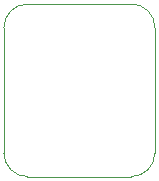
<source format=gbr>
G04 #@! TF.GenerationSoftware,KiCad,Pcbnew,5.0.1*
G04 #@! TF.CreationDate,2018-12-16T18:40:46+01:00*
G04 #@! TF.ProjectId,micro-usb-breakout,6D6963726F2D7573622D627265616B6F,rev?*
G04 #@! TF.SameCoordinates,PX84eec30PY52c4f70*
G04 #@! TF.FileFunction,Profile,NP*
%FSLAX46Y46*%
G04 Gerber Fmt 4.6, Leading zero omitted, Abs format (unit mm)*
G04 Created by KiCad (PCBNEW 5.0.1) date Sun 16 Dec 2018 06:40:46 PM CET*
%MOMM*%
%LPD*%
G01*
G04 APERTURE LIST*
%ADD10C,0.010000*%
G04 APERTURE END LIST*
D10*
X-12900593Y12759718D02*
G75*
G02X-10880654Y14785098I1999939J25380D01*
G01*
X-2121417Y14790067D02*
G75*
G02X-110000Y12770000I11417J-2000067D01*
G01*
X-12900015Y2188399D02*
G75*
G03X-10880000Y170000I2000015J-18399D01*
G01*
X-109481Y2200380D02*
G75*
G02X-2129420Y175000I-1999939J-25380D01*
G01*
X-10898000Y175000D02*
X-2129420Y175000D01*
X-12898000Y12790000D02*
X-12898000Y2175000D01*
X-2111640Y14790000D02*
X-10898000Y14790000D01*
X-111640Y2175000D02*
X-111640Y12790000D01*
M02*

</source>
